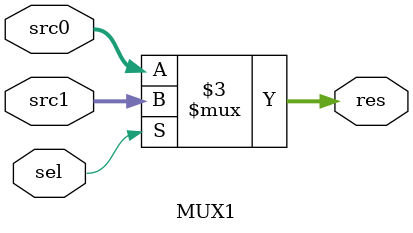
<source format=v>
module MUX1(
    input [31:0]src0,
    input [31:0]src1,
    input sel,
    output reg [31:0]res
);

    always@(*)
    begin
        if(sel)
            res = src1;
        else
            res = src0;
    end

endmodule
</source>
